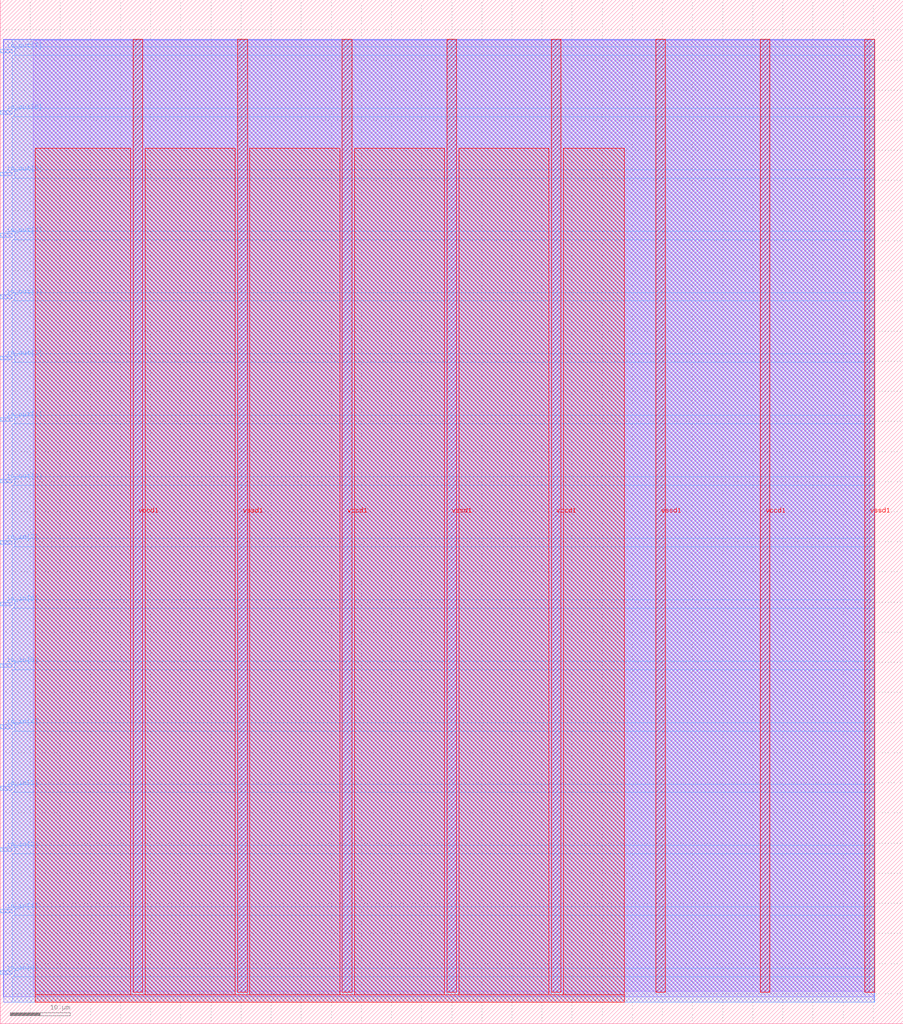
<source format=lef>
VERSION 5.7 ;
  NOWIREEXTENSIONATPIN ON ;
  DIVIDERCHAR "/" ;
  BUSBITCHARS "[]" ;
MACRO psychogenic_neptunefixed
  CLASS BLOCK ;
  FOREIGN psychogenic_neptunefixed ;
  ORIGIN 0.000 0.000 ;
  SIZE 150.000 BY 170.000 ;
  PIN io_in[0]
    DIRECTION INPUT ;
    USE SIGNAL ;
    PORT
      LAYER met3 ;
        RECT 0.000 8.200 2.000 8.800 ;
    END
  END io_in[0]
  PIN io_in[1]
    DIRECTION INPUT ;
    USE SIGNAL ;
    PORT
      LAYER met3 ;
        RECT 0.000 18.400 2.000 19.000 ;
    END
  END io_in[1]
  PIN io_in[2]
    DIRECTION INPUT ;
    USE SIGNAL ;
    PORT
      LAYER met3 ;
        RECT 0.000 28.600 2.000 29.200 ;
    END
  END io_in[2]
  PIN io_in[3]
    DIRECTION INPUT ;
    USE SIGNAL ;
    PORT
      LAYER met3 ;
        RECT 0.000 38.800 2.000 39.400 ;
    END
  END io_in[3]
  PIN io_in[4]
    DIRECTION INPUT ;
    USE SIGNAL ;
    PORT
      LAYER met3 ;
        RECT 0.000 49.000 2.000 49.600 ;
    END
  END io_in[4]
  PIN io_in[5]
    DIRECTION INPUT ;
    USE SIGNAL ;
    PORT
      LAYER met3 ;
        RECT 0.000 59.200 2.000 59.800 ;
    END
  END io_in[5]
  PIN io_in[6]
    DIRECTION INPUT ;
    USE SIGNAL ;
    PORT
      LAYER met3 ;
        RECT 0.000 69.400 2.000 70.000 ;
    END
  END io_in[6]
  PIN io_in[7]
    DIRECTION INPUT ;
    USE SIGNAL ;
    PORT
      LAYER met3 ;
        RECT 0.000 79.600 2.000 80.200 ;
    END
  END io_in[7]
  PIN io_out[0]
    DIRECTION OUTPUT TRISTATE ;
    USE SIGNAL ;
    PORT
      LAYER met3 ;
        RECT 0.000 89.800 2.000 90.400 ;
    END
  END io_out[0]
  PIN io_out[1]
    DIRECTION OUTPUT TRISTATE ;
    USE SIGNAL ;
    PORT
      LAYER met3 ;
        RECT 0.000 100.000 2.000 100.600 ;
    END
  END io_out[1]
  PIN io_out[2]
    DIRECTION OUTPUT TRISTATE ;
    USE SIGNAL ;
    PORT
      LAYER met3 ;
        RECT 0.000 110.200 2.000 110.800 ;
    END
  END io_out[2]
  PIN io_out[3]
    DIRECTION OUTPUT TRISTATE ;
    USE SIGNAL ;
    PORT
      LAYER met3 ;
        RECT 0.000 120.400 2.000 121.000 ;
    END
  END io_out[3]
  PIN io_out[4]
    DIRECTION OUTPUT TRISTATE ;
    USE SIGNAL ;
    PORT
      LAYER met3 ;
        RECT 0.000 130.600 2.000 131.200 ;
    END
  END io_out[4]
  PIN io_out[5]
    DIRECTION OUTPUT TRISTATE ;
    USE SIGNAL ;
    PORT
      LAYER met3 ;
        RECT 0.000 140.800 2.000 141.400 ;
    END
  END io_out[5]
  PIN io_out[6]
    DIRECTION OUTPUT TRISTATE ;
    USE SIGNAL ;
    PORT
      LAYER met3 ;
        RECT 0.000 151.000 2.000 151.600 ;
    END
  END io_out[6]
  PIN io_out[7]
    DIRECTION OUTPUT TRISTATE ;
    USE SIGNAL ;
    PORT
      LAYER met3 ;
        RECT 0.000 161.200 2.000 161.800 ;
    END
  END io_out[7]
  PIN vccd1
    DIRECTION INOUT ;
    USE POWER ;
    PORT
      LAYER met4 ;
        RECT 22.085 5.200 23.685 163.440 ;
    END
    PORT
      LAYER met4 ;
        RECT 56.815 5.200 58.415 163.440 ;
    END
    PORT
      LAYER met4 ;
        RECT 91.545 5.200 93.145 163.440 ;
    END
    PORT
      LAYER met4 ;
        RECT 126.275 5.200 127.875 163.440 ;
    END
  END vccd1
  PIN vssd1
    DIRECTION INOUT ;
    USE GROUND ;
    PORT
      LAYER met4 ;
        RECT 39.450 5.200 41.050 163.440 ;
    END
    PORT
      LAYER met4 ;
        RECT 74.180 5.200 75.780 163.440 ;
    END
    PORT
      LAYER met4 ;
        RECT 108.910 5.200 110.510 163.440 ;
    END
    PORT
      LAYER met4 ;
        RECT 143.640 5.200 145.240 163.440 ;
    END
  END vssd1
  OBS
      LAYER li1 ;
        RECT 5.520 5.355 144.440 163.285 ;
      LAYER met1 ;
        RECT 0.530 4.460 145.240 163.440 ;
      LAYER met2 ;
        RECT 0.560 3.555 145.210 163.385 ;
      LAYER met3 ;
        RECT 2.000 162.200 145.230 163.365 ;
        RECT 2.400 160.800 145.230 162.200 ;
        RECT 2.000 152.000 145.230 160.800 ;
        RECT 2.400 150.600 145.230 152.000 ;
        RECT 2.000 141.800 145.230 150.600 ;
        RECT 2.400 140.400 145.230 141.800 ;
        RECT 2.000 131.600 145.230 140.400 ;
        RECT 2.400 130.200 145.230 131.600 ;
        RECT 2.000 121.400 145.230 130.200 ;
        RECT 2.400 120.000 145.230 121.400 ;
        RECT 2.000 111.200 145.230 120.000 ;
        RECT 2.400 109.800 145.230 111.200 ;
        RECT 2.000 101.000 145.230 109.800 ;
        RECT 2.400 99.600 145.230 101.000 ;
        RECT 2.000 90.800 145.230 99.600 ;
        RECT 2.400 89.400 145.230 90.800 ;
        RECT 2.000 80.600 145.230 89.400 ;
        RECT 2.400 79.200 145.230 80.600 ;
        RECT 2.000 70.400 145.230 79.200 ;
        RECT 2.400 69.000 145.230 70.400 ;
        RECT 2.000 60.200 145.230 69.000 ;
        RECT 2.400 58.800 145.230 60.200 ;
        RECT 2.000 50.000 145.230 58.800 ;
        RECT 2.400 48.600 145.230 50.000 ;
        RECT 2.000 39.800 145.230 48.600 ;
        RECT 2.400 38.400 145.230 39.800 ;
        RECT 2.000 29.600 145.230 38.400 ;
        RECT 2.400 28.200 145.230 29.600 ;
        RECT 2.000 19.400 145.230 28.200 ;
        RECT 2.400 18.000 145.230 19.400 ;
        RECT 2.000 9.200 145.230 18.000 ;
        RECT 2.400 7.800 145.230 9.200 ;
        RECT 2.000 3.575 145.230 7.800 ;
      LAYER met4 ;
        RECT 5.815 4.800 21.685 145.345 ;
        RECT 24.085 4.800 39.050 145.345 ;
        RECT 41.450 4.800 56.415 145.345 ;
        RECT 58.815 4.800 73.780 145.345 ;
        RECT 76.180 4.800 91.145 145.345 ;
        RECT 93.545 4.800 103.665 145.345 ;
        RECT 5.815 3.575 103.665 4.800 ;
  END
END psychogenic_neptunefixed
END LIBRARY


</source>
